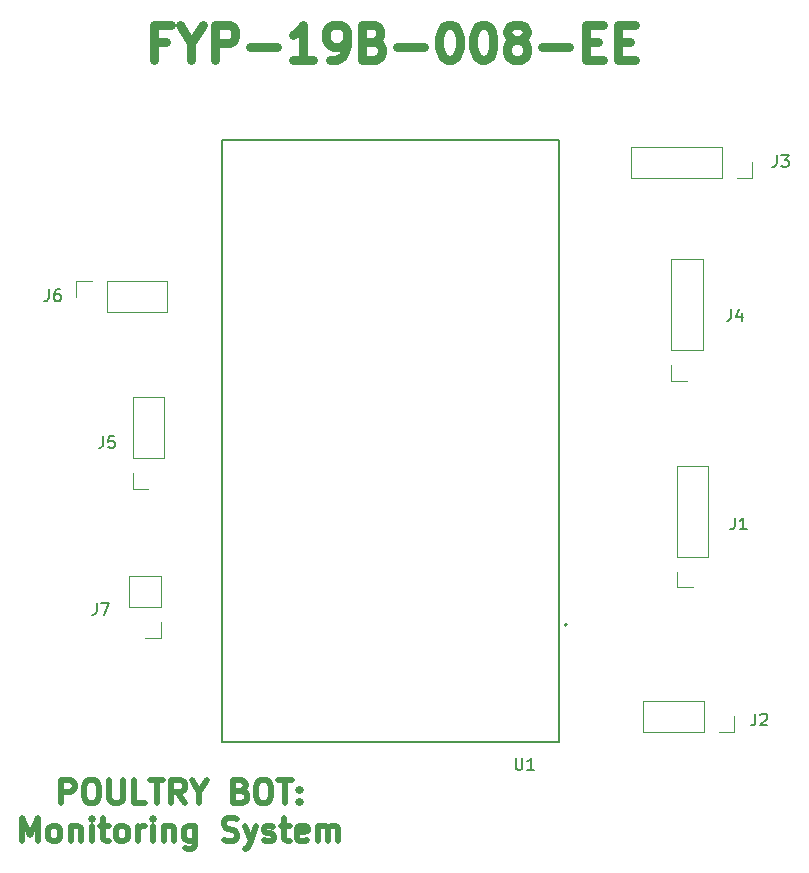
<source format=gbr>
%TF.GenerationSoftware,KiCad,Pcbnew,7.0.10*%
%TF.CreationDate,2024-02-21T12:26:18+05:00*%
%TF.ProjectId,Circuit for 2nd Milestone,43697263-7569-4742-9066-6f7220326e64,rev?*%
%TF.SameCoordinates,Original*%
%TF.FileFunction,Legend,Top*%
%TF.FilePolarity,Positive*%
%FSLAX46Y46*%
G04 Gerber Fmt 4.6, Leading zero omitted, Abs format (unit mm)*
G04 Created by KiCad (PCBNEW 7.0.10) date 2024-02-21 12:26:18*
%MOMM*%
%LPD*%
G01*
G04 APERTURE LIST*
%ADD10C,0.750000*%
%ADD11C,0.500000*%
%ADD12C,0.150000*%
%ADD13C,0.120000*%
%ADD14C,0.127000*%
%ADD15C,0.200000*%
G04 APERTURE END LIST*
D10*
X120719084Y-42589128D02*
X119719084Y-42589128D01*
X119719084Y-44160557D02*
X119719084Y-41160557D01*
X119719084Y-41160557D02*
X121147656Y-41160557D01*
X122861942Y-42731985D02*
X122861942Y-44160557D01*
X121861942Y-41160557D02*
X122861942Y-42731985D01*
X122861942Y-42731985D02*
X123861942Y-41160557D01*
X124861942Y-44160557D02*
X124861942Y-41160557D01*
X124861942Y-41160557D02*
X126004799Y-41160557D01*
X126004799Y-41160557D02*
X126290514Y-41303414D01*
X126290514Y-41303414D02*
X126433371Y-41446271D01*
X126433371Y-41446271D02*
X126576228Y-41731985D01*
X126576228Y-41731985D02*
X126576228Y-42160557D01*
X126576228Y-42160557D02*
X126433371Y-42446271D01*
X126433371Y-42446271D02*
X126290514Y-42589128D01*
X126290514Y-42589128D02*
X126004799Y-42731985D01*
X126004799Y-42731985D02*
X124861942Y-42731985D01*
X127861942Y-43017700D02*
X130147657Y-43017700D01*
X133147657Y-44160557D02*
X131433371Y-44160557D01*
X132290514Y-44160557D02*
X132290514Y-41160557D01*
X132290514Y-41160557D02*
X132004800Y-41589128D01*
X132004800Y-41589128D02*
X131719085Y-41874842D01*
X131719085Y-41874842D02*
X131433371Y-42017700D01*
X134576228Y-44160557D02*
X135147657Y-44160557D01*
X135147657Y-44160557D02*
X135433371Y-44017700D01*
X135433371Y-44017700D02*
X135576228Y-43874842D01*
X135576228Y-43874842D02*
X135861943Y-43446271D01*
X135861943Y-43446271D02*
X136004800Y-42874842D01*
X136004800Y-42874842D02*
X136004800Y-41731985D01*
X136004800Y-41731985D02*
X135861943Y-41446271D01*
X135861943Y-41446271D02*
X135719086Y-41303414D01*
X135719086Y-41303414D02*
X135433371Y-41160557D01*
X135433371Y-41160557D02*
X134861943Y-41160557D01*
X134861943Y-41160557D02*
X134576228Y-41303414D01*
X134576228Y-41303414D02*
X134433371Y-41446271D01*
X134433371Y-41446271D02*
X134290514Y-41731985D01*
X134290514Y-41731985D02*
X134290514Y-42446271D01*
X134290514Y-42446271D02*
X134433371Y-42731985D01*
X134433371Y-42731985D02*
X134576228Y-42874842D01*
X134576228Y-42874842D02*
X134861943Y-43017700D01*
X134861943Y-43017700D02*
X135433371Y-43017700D01*
X135433371Y-43017700D02*
X135719086Y-42874842D01*
X135719086Y-42874842D02*
X135861943Y-42731985D01*
X135861943Y-42731985D02*
X136004800Y-42446271D01*
X138290514Y-42589128D02*
X138719086Y-42731985D01*
X138719086Y-42731985D02*
X138861943Y-42874842D01*
X138861943Y-42874842D02*
X139004800Y-43160557D01*
X139004800Y-43160557D02*
X139004800Y-43589128D01*
X139004800Y-43589128D02*
X138861943Y-43874842D01*
X138861943Y-43874842D02*
X138719086Y-44017700D01*
X138719086Y-44017700D02*
X138433371Y-44160557D01*
X138433371Y-44160557D02*
X137290514Y-44160557D01*
X137290514Y-44160557D02*
X137290514Y-41160557D01*
X137290514Y-41160557D02*
X138290514Y-41160557D01*
X138290514Y-41160557D02*
X138576229Y-41303414D01*
X138576229Y-41303414D02*
X138719086Y-41446271D01*
X138719086Y-41446271D02*
X138861943Y-41731985D01*
X138861943Y-41731985D02*
X138861943Y-42017700D01*
X138861943Y-42017700D02*
X138719086Y-42303414D01*
X138719086Y-42303414D02*
X138576229Y-42446271D01*
X138576229Y-42446271D02*
X138290514Y-42589128D01*
X138290514Y-42589128D02*
X137290514Y-42589128D01*
X140290514Y-43017700D02*
X142576229Y-43017700D01*
X144576229Y-41160557D02*
X144861943Y-41160557D01*
X144861943Y-41160557D02*
X145147657Y-41303414D01*
X145147657Y-41303414D02*
X145290515Y-41446271D01*
X145290515Y-41446271D02*
X145433372Y-41731985D01*
X145433372Y-41731985D02*
X145576229Y-42303414D01*
X145576229Y-42303414D02*
X145576229Y-43017700D01*
X145576229Y-43017700D02*
X145433372Y-43589128D01*
X145433372Y-43589128D02*
X145290515Y-43874842D01*
X145290515Y-43874842D02*
X145147657Y-44017700D01*
X145147657Y-44017700D02*
X144861943Y-44160557D01*
X144861943Y-44160557D02*
X144576229Y-44160557D01*
X144576229Y-44160557D02*
X144290515Y-44017700D01*
X144290515Y-44017700D02*
X144147657Y-43874842D01*
X144147657Y-43874842D02*
X144004800Y-43589128D01*
X144004800Y-43589128D02*
X143861943Y-43017700D01*
X143861943Y-43017700D02*
X143861943Y-42303414D01*
X143861943Y-42303414D02*
X144004800Y-41731985D01*
X144004800Y-41731985D02*
X144147657Y-41446271D01*
X144147657Y-41446271D02*
X144290515Y-41303414D01*
X144290515Y-41303414D02*
X144576229Y-41160557D01*
X147433372Y-41160557D02*
X147719086Y-41160557D01*
X147719086Y-41160557D02*
X148004800Y-41303414D01*
X148004800Y-41303414D02*
X148147658Y-41446271D01*
X148147658Y-41446271D02*
X148290515Y-41731985D01*
X148290515Y-41731985D02*
X148433372Y-42303414D01*
X148433372Y-42303414D02*
X148433372Y-43017700D01*
X148433372Y-43017700D02*
X148290515Y-43589128D01*
X148290515Y-43589128D02*
X148147658Y-43874842D01*
X148147658Y-43874842D02*
X148004800Y-44017700D01*
X148004800Y-44017700D02*
X147719086Y-44160557D01*
X147719086Y-44160557D02*
X147433372Y-44160557D01*
X147433372Y-44160557D02*
X147147658Y-44017700D01*
X147147658Y-44017700D02*
X147004800Y-43874842D01*
X147004800Y-43874842D02*
X146861943Y-43589128D01*
X146861943Y-43589128D02*
X146719086Y-43017700D01*
X146719086Y-43017700D02*
X146719086Y-42303414D01*
X146719086Y-42303414D02*
X146861943Y-41731985D01*
X146861943Y-41731985D02*
X147004800Y-41446271D01*
X147004800Y-41446271D02*
X147147658Y-41303414D01*
X147147658Y-41303414D02*
X147433372Y-41160557D01*
X150147658Y-42446271D02*
X149861943Y-42303414D01*
X149861943Y-42303414D02*
X149719086Y-42160557D01*
X149719086Y-42160557D02*
X149576229Y-41874842D01*
X149576229Y-41874842D02*
X149576229Y-41731985D01*
X149576229Y-41731985D02*
X149719086Y-41446271D01*
X149719086Y-41446271D02*
X149861943Y-41303414D01*
X149861943Y-41303414D02*
X150147658Y-41160557D01*
X150147658Y-41160557D02*
X150719086Y-41160557D01*
X150719086Y-41160557D02*
X151004801Y-41303414D01*
X151004801Y-41303414D02*
X151147658Y-41446271D01*
X151147658Y-41446271D02*
X151290515Y-41731985D01*
X151290515Y-41731985D02*
X151290515Y-41874842D01*
X151290515Y-41874842D02*
X151147658Y-42160557D01*
X151147658Y-42160557D02*
X151004801Y-42303414D01*
X151004801Y-42303414D02*
X150719086Y-42446271D01*
X150719086Y-42446271D02*
X150147658Y-42446271D01*
X150147658Y-42446271D02*
X149861943Y-42589128D01*
X149861943Y-42589128D02*
X149719086Y-42731985D01*
X149719086Y-42731985D02*
X149576229Y-43017700D01*
X149576229Y-43017700D02*
X149576229Y-43589128D01*
X149576229Y-43589128D02*
X149719086Y-43874842D01*
X149719086Y-43874842D02*
X149861943Y-44017700D01*
X149861943Y-44017700D02*
X150147658Y-44160557D01*
X150147658Y-44160557D02*
X150719086Y-44160557D01*
X150719086Y-44160557D02*
X151004801Y-44017700D01*
X151004801Y-44017700D02*
X151147658Y-43874842D01*
X151147658Y-43874842D02*
X151290515Y-43589128D01*
X151290515Y-43589128D02*
X151290515Y-43017700D01*
X151290515Y-43017700D02*
X151147658Y-42731985D01*
X151147658Y-42731985D02*
X151004801Y-42589128D01*
X151004801Y-42589128D02*
X150719086Y-42446271D01*
X152576229Y-43017700D02*
X154861944Y-43017700D01*
X156290515Y-42589128D02*
X157290515Y-42589128D01*
X157719087Y-44160557D02*
X156290515Y-44160557D01*
X156290515Y-44160557D02*
X156290515Y-41160557D01*
X156290515Y-41160557D02*
X157719087Y-41160557D01*
X159004801Y-42589128D02*
X160004801Y-42589128D01*
X160433373Y-44160557D02*
X159004801Y-44160557D01*
X159004801Y-44160557D02*
X159004801Y-41160557D01*
X159004801Y-41160557D02*
X160433373Y-41160557D01*
D11*
X111824761Y-107086838D02*
X111824761Y-105086838D01*
X111824761Y-105086838D02*
X112586666Y-105086838D01*
X112586666Y-105086838D02*
X112777142Y-105182076D01*
X112777142Y-105182076D02*
X112872380Y-105277314D01*
X112872380Y-105277314D02*
X112967618Y-105467790D01*
X112967618Y-105467790D02*
X112967618Y-105753504D01*
X112967618Y-105753504D02*
X112872380Y-105943980D01*
X112872380Y-105943980D02*
X112777142Y-106039219D01*
X112777142Y-106039219D02*
X112586666Y-106134457D01*
X112586666Y-106134457D02*
X111824761Y-106134457D01*
X114205713Y-105086838D02*
X114586666Y-105086838D01*
X114586666Y-105086838D02*
X114777142Y-105182076D01*
X114777142Y-105182076D02*
X114967618Y-105372552D01*
X114967618Y-105372552D02*
X115062856Y-105753504D01*
X115062856Y-105753504D02*
X115062856Y-106420171D01*
X115062856Y-106420171D02*
X114967618Y-106801123D01*
X114967618Y-106801123D02*
X114777142Y-106991600D01*
X114777142Y-106991600D02*
X114586666Y-107086838D01*
X114586666Y-107086838D02*
X114205713Y-107086838D01*
X114205713Y-107086838D02*
X114015237Y-106991600D01*
X114015237Y-106991600D02*
X113824761Y-106801123D01*
X113824761Y-106801123D02*
X113729523Y-106420171D01*
X113729523Y-106420171D02*
X113729523Y-105753504D01*
X113729523Y-105753504D02*
X113824761Y-105372552D01*
X113824761Y-105372552D02*
X114015237Y-105182076D01*
X114015237Y-105182076D02*
X114205713Y-105086838D01*
X115919999Y-105086838D02*
X115919999Y-106705885D01*
X115919999Y-106705885D02*
X116015237Y-106896361D01*
X116015237Y-106896361D02*
X116110475Y-106991600D01*
X116110475Y-106991600D02*
X116300951Y-107086838D01*
X116300951Y-107086838D02*
X116681904Y-107086838D01*
X116681904Y-107086838D02*
X116872380Y-106991600D01*
X116872380Y-106991600D02*
X116967618Y-106896361D01*
X116967618Y-106896361D02*
X117062856Y-106705885D01*
X117062856Y-106705885D02*
X117062856Y-105086838D01*
X118967618Y-107086838D02*
X118015237Y-107086838D01*
X118015237Y-107086838D02*
X118015237Y-105086838D01*
X119348571Y-105086838D02*
X120491428Y-105086838D01*
X119919999Y-107086838D02*
X119919999Y-105086838D01*
X122300952Y-107086838D02*
X121634285Y-106134457D01*
X121158095Y-107086838D02*
X121158095Y-105086838D01*
X121158095Y-105086838D02*
X121920000Y-105086838D01*
X121920000Y-105086838D02*
X122110476Y-105182076D01*
X122110476Y-105182076D02*
X122205714Y-105277314D01*
X122205714Y-105277314D02*
X122300952Y-105467790D01*
X122300952Y-105467790D02*
X122300952Y-105753504D01*
X122300952Y-105753504D02*
X122205714Y-105943980D01*
X122205714Y-105943980D02*
X122110476Y-106039219D01*
X122110476Y-106039219D02*
X121920000Y-106134457D01*
X121920000Y-106134457D02*
X121158095Y-106134457D01*
X123539047Y-106134457D02*
X123539047Y-107086838D01*
X122872381Y-105086838D02*
X123539047Y-106134457D01*
X123539047Y-106134457D02*
X124205714Y-105086838D01*
X127062858Y-106039219D02*
X127348572Y-106134457D01*
X127348572Y-106134457D02*
X127443810Y-106229695D01*
X127443810Y-106229695D02*
X127539048Y-106420171D01*
X127539048Y-106420171D02*
X127539048Y-106705885D01*
X127539048Y-106705885D02*
X127443810Y-106896361D01*
X127443810Y-106896361D02*
X127348572Y-106991600D01*
X127348572Y-106991600D02*
X127158096Y-107086838D01*
X127158096Y-107086838D02*
X126396191Y-107086838D01*
X126396191Y-107086838D02*
X126396191Y-105086838D01*
X126396191Y-105086838D02*
X127062858Y-105086838D01*
X127062858Y-105086838D02*
X127253334Y-105182076D01*
X127253334Y-105182076D02*
X127348572Y-105277314D01*
X127348572Y-105277314D02*
X127443810Y-105467790D01*
X127443810Y-105467790D02*
X127443810Y-105658266D01*
X127443810Y-105658266D02*
X127348572Y-105848742D01*
X127348572Y-105848742D02*
X127253334Y-105943980D01*
X127253334Y-105943980D02*
X127062858Y-106039219D01*
X127062858Y-106039219D02*
X126396191Y-106039219D01*
X128777143Y-105086838D02*
X129158096Y-105086838D01*
X129158096Y-105086838D02*
X129348572Y-105182076D01*
X129348572Y-105182076D02*
X129539048Y-105372552D01*
X129539048Y-105372552D02*
X129634286Y-105753504D01*
X129634286Y-105753504D02*
X129634286Y-106420171D01*
X129634286Y-106420171D02*
X129539048Y-106801123D01*
X129539048Y-106801123D02*
X129348572Y-106991600D01*
X129348572Y-106991600D02*
X129158096Y-107086838D01*
X129158096Y-107086838D02*
X128777143Y-107086838D01*
X128777143Y-107086838D02*
X128586667Y-106991600D01*
X128586667Y-106991600D02*
X128396191Y-106801123D01*
X128396191Y-106801123D02*
X128300953Y-106420171D01*
X128300953Y-106420171D02*
X128300953Y-105753504D01*
X128300953Y-105753504D02*
X128396191Y-105372552D01*
X128396191Y-105372552D02*
X128586667Y-105182076D01*
X128586667Y-105182076D02*
X128777143Y-105086838D01*
X130205715Y-105086838D02*
X131348572Y-105086838D01*
X130777143Y-107086838D02*
X130777143Y-105086838D01*
X132015239Y-106896361D02*
X132110477Y-106991600D01*
X132110477Y-106991600D02*
X132015239Y-107086838D01*
X132015239Y-107086838D02*
X131920001Y-106991600D01*
X131920001Y-106991600D02*
X132015239Y-106896361D01*
X132015239Y-106896361D02*
X132015239Y-107086838D01*
X132015239Y-105848742D02*
X132110477Y-105943980D01*
X132110477Y-105943980D02*
X132015239Y-106039219D01*
X132015239Y-106039219D02*
X131920001Y-105943980D01*
X131920001Y-105943980D02*
X132015239Y-105848742D01*
X132015239Y-105848742D02*
X132015239Y-106039219D01*
X108539046Y-110306838D02*
X108539046Y-108306838D01*
X108539046Y-108306838D02*
X109205713Y-109735409D01*
X109205713Y-109735409D02*
X109872379Y-108306838D01*
X109872379Y-108306838D02*
X109872379Y-110306838D01*
X111110474Y-110306838D02*
X110919998Y-110211600D01*
X110919998Y-110211600D02*
X110824760Y-110116361D01*
X110824760Y-110116361D02*
X110729522Y-109925885D01*
X110729522Y-109925885D02*
X110729522Y-109354457D01*
X110729522Y-109354457D02*
X110824760Y-109163980D01*
X110824760Y-109163980D02*
X110919998Y-109068742D01*
X110919998Y-109068742D02*
X111110474Y-108973504D01*
X111110474Y-108973504D02*
X111396189Y-108973504D01*
X111396189Y-108973504D02*
X111586665Y-109068742D01*
X111586665Y-109068742D02*
X111681903Y-109163980D01*
X111681903Y-109163980D02*
X111777141Y-109354457D01*
X111777141Y-109354457D02*
X111777141Y-109925885D01*
X111777141Y-109925885D02*
X111681903Y-110116361D01*
X111681903Y-110116361D02*
X111586665Y-110211600D01*
X111586665Y-110211600D02*
X111396189Y-110306838D01*
X111396189Y-110306838D02*
X111110474Y-110306838D01*
X112634284Y-108973504D02*
X112634284Y-110306838D01*
X112634284Y-109163980D02*
X112729522Y-109068742D01*
X112729522Y-109068742D02*
X112919998Y-108973504D01*
X112919998Y-108973504D02*
X113205713Y-108973504D01*
X113205713Y-108973504D02*
X113396189Y-109068742D01*
X113396189Y-109068742D02*
X113491427Y-109259219D01*
X113491427Y-109259219D02*
X113491427Y-110306838D01*
X114443808Y-110306838D02*
X114443808Y-108973504D01*
X114443808Y-108306838D02*
X114348570Y-108402076D01*
X114348570Y-108402076D02*
X114443808Y-108497314D01*
X114443808Y-108497314D02*
X114539046Y-108402076D01*
X114539046Y-108402076D02*
X114443808Y-108306838D01*
X114443808Y-108306838D02*
X114443808Y-108497314D01*
X115110475Y-108973504D02*
X115872379Y-108973504D01*
X115396189Y-108306838D02*
X115396189Y-110021123D01*
X115396189Y-110021123D02*
X115491427Y-110211600D01*
X115491427Y-110211600D02*
X115681903Y-110306838D01*
X115681903Y-110306838D02*
X115872379Y-110306838D01*
X116824760Y-110306838D02*
X116634284Y-110211600D01*
X116634284Y-110211600D02*
X116539046Y-110116361D01*
X116539046Y-110116361D02*
X116443808Y-109925885D01*
X116443808Y-109925885D02*
X116443808Y-109354457D01*
X116443808Y-109354457D02*
X116539046Y-109163980D01*
X116539046Y-109163980D02*
X116634284Y-109068742D01*
X116634284Y-109068742D02*
X116824760Y-108973504D01*
X116824760Y-108973504D02*
X117110475Y-108973504D01*
X117110475Y-108973504D02*
X117300951Y-109068742D01*
X117300951Y-109068742D02*
X117396189Y-109163980D01*
X117396189Y-109163980D02*
X117491427Y-109354457D01*
X117491427Y-109354457D02*
X117491427Y-109925885D01*
X117491427Y-109925885D02*
X117396189Y-110116361D01*
X117396189Y-110116361D02*
X117300951Y-110211600D01*
X117300951Y-110211600D02*
X117110475Y-110306838D01*
X117110475Y-110306838D02*
X116824760Y-110306838D01*
X118348570Y-110306838D02*
X118348570Y-108973504D01*
X118348570Y-109354457D02*
X118443808Y-109163980D01*
X118443808Y-109163980D02*
X118539046Y-109068742D01*
X118539046Y-109068742D02*
X118729522Y-108973504D01*
X118729522Y-108973504D02*
X118919999Y-108973504D01*
X119586665Y-110306838D02*
X119586665Y-108973504D01*
X119586665Y-108306838D02*
X119491427Y-108402076D01*
X119491427Y-108402076D02*
X119586665Y-108497314D01*
X119586665Y-108497314D02*
X119681903Y-108402076D01*
X119681903Y-108402076D02*
X119586665Y-108306838D01*
X119586665Y-108306838D02*
X119586665Y-108497314D01*
X120539046Y-108973504D02*
X120539046Y-110306838D01*
X120539046Y-109163980D02*
X120634284Y-109068742D01*
X120634284Y-109068742D02*
X120824760Y-108973504D01*
X120824760Y-108973504D02*
X121110475Y-108973504D01*
X121110475Y-108973504D02*
X121300951Y-109068742D01*
X121300951Y-109068742D02*
X121396189Y-109259219D01*
X121396189Y-109259219D02*
X121396189Y-110306838D01*
X123205713Y-108973504D02*
X123205713Y-110592552D01*
X123205713Y-110592552D02*
X123110475Y-110783028D01*
X123110475Y-110783028D02*
X123015237Y-110878266D01*
X123015237Y-110878266D02*
X122824760Y-110973504D01*
X122824760Y-110973504D02*
X122539046Y-110973504D01*
X122539046Y-110973504D02*
X122348570Y-110878266D01*
X123205713Y-110211600D02*
X123015237Y-110306838D01*
X123015237Y-110306838D02*
X122634284Y-110306838D01*
X122634284Y-110306838D02*
X122443808Y-110211600D01*
X122443808Y-110211600D02*
X122348570Y-110116361D01*
X122348570Y-110116361D02*
X122253332Y-109925885D01*
X122253332Y-109925885D02*
X122253332Y-109354457D01*
X122253332Y-109354457D02*
X122348570Y-109163980D01*
X122348570Y-109163980D02*
X122443808Y-109068742D01*
X122443808Y-109068742D02*
X122634284Y-108973504D01*
X122634284Y-108973504D02*
X123015237Y-108973504D01*
X123015237Y-108973504D02*
X123205713Y-109068742D01*
X125586666Y-110211600D02*
X125872380Y-110306838D01*
X125872380Y-110306838D02*
X126348571Y-110306838D01*
X126348571Y-110306838D02*
X126539047Y-110211600D01*
X126539047Y-110211600D02*
X126634285Y-110116361D01*
X126634285Y-110116361D02*
X126729523Y-109925885D01*
X126729523Y-109925885D02*
X126729523Y-109735409D01*
X126729523Y-109735409D02*
X126634285Y-109544933D01*
X126634285Y-109544933D02*
X126539047Y-109449695D01*
X126539047Y-109449695D02*
X126348571Y-109354457D01*
X126348571Y-109354457D02*
X125967618Y-109259219D01*
X125967618Y-109259219D02*
X125777142Y-109163980D01*
X125777142Y-109163980D02*
X125681904Y-109068742D01*
X125681904Y-109068742D02*
X125586666Y-108878266D01*
X125586666Y-108878266D02*
X125586666Y-108687790D01*
X125586666Y-108687790D02*
X125681904Y-108497314D01*
X125681904Y-108497314D02*
X125777142Y-108402076D01*
X125777142Y-108402076D02*
X125967618Y-108306838D01*
X125967618Y-108306838D02*
X126443809Y-108306838D01*
X126443809Y-108306838D02*
X126729523Y-108402076D01*
X127396190Y-108973504D02*
X127872380Y-110306838D01*
X128348571Y-108973504D02*
X127872380Y-110306838D01*
X127872380Y-110306838D02*
X127681904Y-110783028D01*
X127681904Y-110783028D02*
X127586666Y-110878266D01*
X127586666Y-110878266D02*
X127396190Y-110973504D01*
X129015238Y-110211600D02*
X129205714Y-110306838D01*
X129205714Y-110306838D02*
X129586666Y-110306838D01*
X129586666Y-110306838D02*
X129777143Y-110211600D01*
X129777143Y-110211600D02*
X129872381Y-110021123D01*
X129872381Y-110021123D02*
X129872381Y-109925885D01*
X129872381Y-109925885D02*
X129777143Y-109735409D01*
X129777143Y-109735409D02*
X129586666Y-109640171D01*
X129586666Y-109640171D02*
X129300952Y-109640171D01*
X129300952Y-109640171D02*
X129110476Y-109544933D01*
X129110476Y-109544933D02*
X129015238Y-109354457D01*
X129015238Y-109354457D02*
X129015238Y-109259219D01*
X129015238Y-109259219D02*
X129110476Y-109068742D01*
X129110476Y-109068742D02*
X129300952Y-108973504D01*
X129300952Y-108973504D02*
X129586666Y-108973504D01*
X129586666Y-108973504D02*
X129777143Y-109068742D01*
X130443810Y-108973504D02*
X131205714Y-108973504D01*
X130729524Y-108306838D02*
X130729524Y-110021123D01*
X130729524Y-110021123D02*
X130824762Y-110211600D01*
X130824762Y-110211600D02*
X131015238Y-110306838D01*
X131015238Y-110306838D02*
X131205714Y-110306838D01*
X132634286Y-110211600D02*
X132443810Y-110306838D01*
X132443810Y-110306838D02*
X132062857Y-110306838D01*
X132062857Y-110306838D02*
X131872381Y-110211600D01*
X131872381Y-110211600D02*
X131777143Y-110021123D01*
X131777143Y-110021123D02*
X131777143Y-109259219D01*
X131777143Y-109259219D02*
X131872381Y-109068742D01*
X131872381Y-109068742D02*
X132062857Y-108973504D01*
X132062857Y-108973504D02*
X132443810Y-108973504D01*
X132443810Y-108973504D02*
X132634286Y-109068742D01*
X132634286Y-109068742D02*
X132729524Y-109259219D01*
X132729524Y-109259219D02*
X132729524Y-109449695D01*
X132729524Y-109449695D02*
X131777143Y-109640171D01*
X133586667Y-110306838D02*
X133586667Y-108973504D01*
X133586667Y-109163980D02*
X133681905Y-109068742D01*
X133681905Y-109068742D02*
X133872381Y-108973504D01*
X133872381Y-108973504D02*
X134158096Y-108973504D01*
X134158096Y-108973504D02*
X134348572Y-109068742D01*
X134348572Y-109068742D02*
X134443810Y-109259219D01*
X134443810Y-109259219D02*
X134443810Y-110306838D01*
X134443810Y-109259219D02*
X134539048Y-109068742D01*
X134539048Y-109068742D02*
X134729524Y-108973504D01*
X134729524Y-108973504D02*
X135015238Y-108973504D01*
X135015238Y-108973504D02*
X135205715Y-109068742D01*
X135205715Y-109068742D02*
X135300953Y-109259219D01*
X135300953Y-109259219D02*
X135300953Y-110306838D01*
D12*
X168868766Y-82893819D02*
X168868766Y-83608104D01*
X168868766Y-83608104D02*
X168821147Y-83750961D01*
X168821147Y-83750961D02*
X168725909Y-83846200D01*
X168725909Y-83846200D02*
X168583052Y-83893819D01*
X168583052Y-83893819D02*
X168487814Y-83893819D01*
X169868766Y-83893819D02*
X169297338Y-83893819D01*
X169583052Y-83893819D02*
X169583052Y-82893819D01*
X169583052Y-82893819D02*
X169487814Y-83036676D01*
X169487814Y-83036676D02*
X169392576Y-83131914D01*
X169392576Y-83131914D02*
X169297338Y-83179533D01*
X170608666Y-99492719D02*
X170608666Y-100207004D01*
X170608666Y-100207004D02*
X170561047Y-100349861D01*
X170561047Y-100349861D02*
X170465809Y-100445100D01*
X170465809Y-100445100D02*
X170322952Y-100492719D01*
X170322952Y-100492719D02*
X170227714Y-100492719D01*
X171037238Y-99587957D02*
X171084857Y-99540338D01*
X171084857Y-99540338D02*
X171180095Y-99492719D01*
X171180095Y-99492719D02*
X171418190Y-99492719D01*
X171418190Y-99492719D02*
X171513428Y-99540338D01*
X171513428Y-99540338D02*
X171561047Y-99587957D01*
X171561047Y-99587957D02*
X171608666Y-99683195D01*
X171608666Y-99683195D02*
X171608666Y-99778433D01*
X171608666Y-99778433D02*
X171561047Y-99921290D01*
X171561047Y-99921290D02*
X170989619Y-100492719D01*
X170989619Y-100492719D02*
X171608666Y-100492719D01*
X172437466Y-52197919D02*
X172437466Y-52912204D01*
X172437466Y-52912204D02*
X172389847Y-53055061D01*
X172389847Y-53055061D02*
X172294609Y-53150300D01*
X172294609Y-53150300D02*
X172151752Y-53197919D01*
X172151752Y-53197919D02*
X172056514Y-53197919D01*
X172818419Y-52197919D02*
X173437466Y-52197919D01*
X173437466Y-52197919D02*
X173104133Y-52578871D01*
X173104133Y-52578871D02*
X173246990Y-52578871D01*
X173246990Y-52578871D02*
X173342228Y-52626490D01*
X173342228Y-52626490D02*
X173389847Y-52674109D01*
X173389847Y-52674109D02*
X173437466Y-52769347D01*
X173437466Y-52769347D02*
X173437466Y-53007442D01*
X173437466Y-53007442D02*
X173389847Y-53102680D01*
X173389847Y-53102680D02*
X173342228Y-53150300D01*
X173342228Y-53150300D02*
X173246990Y-53197919D01*
X173246990Y-53197919D02*
X172961276Y-53197919D01*
X172961276Y-53197919D02*
X172866038Y-53150300D01*
X172866038Y-53150300D02*
X172818419Y-53102680D01*
X168551266Y-65240819D02*
X168551266Y-65955104D01*
X168551266Y-65955104D02*
X168503647Y-66097961D01*
X168503647Y-66097961D02*
X168408409Y-66193200D01*
X168408409Y-66193200D02*
X168265552Y-66240819D01*
X168265552Y-66240819D02*
X168170314Y-66240819D01*
X169456028Y-65574152D02*
X169456028Y-66240819D01*
X169217933Y-65193200D02*
X168979838Y-65907485D01*
X168979838Y-65907485D02*
X169598885Y-65907485D01*
X115389066Y-75997719D02*
X115389066Y-76712004D01*
X115389066Y-76712004D02*
X115341447Y-76854861D01*
X115341447Y-76854861D02*
X115246209Y-76950100D01*
X115246209Y-76950100D02*
X115103352Y-76997719D01*
X115103352Y-76997719D02*
X115008114Y-76997719D01*
X116341447Y-75997719D02*
X115865257Y-75997719D01*
X115865257Y-75997719D02*
X115817638Y-76473909D01*
X115817638Y-76473909D02*
X115865257Y-76426290D01*
X115865257Y-76426290D02*
X115960495Y-76378671D01*
X115960495Y-76378671D02*
X116198590Y-76378671D01*
X116198590Y-76378671D02*
X116293828Y-76426290D01*
X116293828Y-76426290D02*
X116341447Y-76473909D01*
X116341447Y-76473909D02*
X116389066Y-76569147D01*
X116389066Y-76569147D02*
X116389066Y-76807242D01*
X116389066Y-76807242D02*
X116341447Y-76902480D01*
X116341447Y-76902480D02*
X116293828Y-76950100D01*
X116293828Y-76950100D02*
X116198590Y-76997719D01*
X116198590Y-76997719D02*
X115960495Y-76997719D01*
X115960495Y-76997719D02*
X115865257Y-76950100D01*
X115865257Y-76950100D02*
X115817638Y-76902480D01*
X110804366Y-63564419D02*
X110804366Y-64278704D01*
X110804366Y-64278704D02*
X110756747Y-64421561D01*
X110756747Y-64421561D02*
X110661509Y-64516800D01*
X110661509Y-64516800D02*
X110518652Y-64564419D01*
X110518652Y-64564419D02*
X110423414Y-64564419D01*
X111709128Y-63564419D02*
X111518652Y-63564419D01*
X111518652Y-63564419D02*
X111423414Y-63612038D01*
X111423414Y-63612038D02*
X111375795Y-63659657D01*
X111375795Y-63659657D02*
X111280557Y-63802514D01*
X111280557Y-63802514D02*
X111232938Y-63992990D01*
X111232938Y-63992990D02*
X111232938Y-64373942D01*
X111232938Y-64373942D02*
X111280557Y-64469180D01*
X111280557Y-64469180D02*
X111328176Y-64516800D01*
X111328176Y-64516800D02*
X111423414Y-64564419D01*
X111423414Y-64564419D02*
X111613890Y-64564419D01*
X111613890Y-64564419D02*
X111709128Y-64516800D01*
X111709128Y-64516800D02*
X111756747Y-64469180D01*
X111756747Y-64469180D02*
X111804366Y-64373942D01*
X111804366Y-64373942D02*
X111804366Y-64135847D01*
X111804366Y-64135847D02*
X111756747Y-64040609D01*
X111756747Y-64040609D02*
X111709128Y-63992990D01*
X111709128Y-63992990D02*
X111613890Y-63945371D01*
X111613890Y-63945371D02*
X111423414Y-63945371D01*
X111423414Y-63945371D02*
X111328176Y-63992990D01*
X111328176Y-63992990D02*
X111280557Y-64040609D01*
X111280557Y-64040609D02*
X111232938Y-64135847D01*
X114855666Y-90107419D02*
X114855666Y-90821704D01*
X114855666Y-90821704D02*
X114808047Y-90964561D01*
X114808047Y-90964561D02*
X114712809Y-91059800D01*
X114712809Y-91059800D02*
X114569952Y-91107419D01*
X114569952Y-91107419D02*
X114474714Y-91107419D01*
X115236619Y-90107419D02*
X115903285Y-90107419D01*
X115903285Y-90107419D02*
X115474714Y-91107419D01*
X150305795Y-103256119D02*
X150305795Y-104065642D01*
X150305795Y-104065642D02*
X150353414Y-104160880D01*
X150353414Y-104160880D02*
X150401033Y-104208500D01*
X150401033Y-104208500D02*
X150496271Y-104256119D01*
X150496271Y-104256119D02*
X150686747Y-104256119D01*
X150686747Y-104256119D02*
X150781985Y-104208500D01*
X150781985Y-104208500D02*
X150829604Y-104160880D01*
X150829604Y-104160880D02*
X150877223Y-104065642D01*
X150877223Y-104065642D02*
X150877223Y-103256119D01*
X151877223Y-104256119D02*
X151305795Y-104256119D01*
X151591509Y-104256119D02*
X151591509Y-103256119D01*
X151591509Y-103256119D02*
X151496271Y-103398976D01*
X151496271Y-103398976D02*
X151401033Y-103494214D01*
X151401033Y-103494214D02*
X151305795Y-103541833D01*
D13*
%TO.C,J1*%
X165303200Y-88807600D02*
X163973200Y-88807600D01*
X163973200Y-88807600D02*
X163973200Y-87477600D01*
X163973200Y-86207600D02*
X163973200Y-78527600D01*
X166633200Y-78527600D02*
X163973200Y-78527600D01*
X166633200Y-86207600D02*
X166633200Y-78527600D01*
X166633200Y-86207600D02*
X163973200Y-86207600D01*
%TO.C,J2*%
X168843000Y-99733100D02*
X168843000Y-101063100D01*
X168843000Y-101063100D02*
X167513000Y-101063100D01*
X166243000Y-101063100D02*
X161103000Y-101063100D01*
X161103000Y-98403100D02*
X161103000Y-101063100D01*
X166243000Y-98403100D02*
X161103000Y-98403100D01*
X166243000Y-98403100D02*
X166243000Y-101063100D01*
%TO.C,J3*%
X170367000Y-52819300D02*
X170367000Y-54149300D01*
X170367000Y-54149300D02*
X169037000Y-54149300D01*
X167767000Y-54149300D02*
X160087000Y-54149300D01*
X160087000Y-51489300D02*
X160087000Y-54149300D01*
X167767000Y-51489300D02*
X160087000Y-51489300D01*
X167767000Y-51489300D02*
X167767000Y-54149300D01*
%TO.C,J4*%
X166163300Y-68707000D02*
X163503300Y-68707000D01*
X166163300Y-68707000D02*
X166163300Y-61027000D01*
X166163300Y-61027000D02*
X163503300Y-61027000D01*
X163503300Y-68707000D02*
X163503300Y-61027000D01*
X163503300Y-71307000D02*
X163503300Y-69977000D01*
X164833300Y-71307000D02*
X163503300Y-71307000D01*
%TO.C,J5*%
X120557600Y-77863700D02*
X117897600Y-77863700D01*
X120557600Y-77863700D02*
X120557600Y-72723700D01*
X120557600Y-72723700D02*
X117897600Y-72723700D01*
X117897600Y-77863700D02*
X117897600Y-72723700D01*
X117897600Y-80463700D02*
X117897600Y-79133700D01*
X119227600Y-80463700D02*
X117897600Y-80463700D01*
%TO.C,J6*%
X113097000Y-64185800D02*
X113097000Y-62855800D01*
X113097000Y-62855800D02*
X114427000Y-62855800D01*
X115697000Y-62855800D02*
X120837000Y-62855800D01*
X120837000Y-65515800D02*
X120837000Y-62855800D01*
X115697000Y-65515800D02*
X120837000Y-65515800D01*
X115697000Y-65515800D02*
X115697000Y-62855800D01*
%TO.C,J7*%
X120252800Y-93049400D02*
X118922800Y-93049400D01*
X120252800Y-91719400D02*
X120252800Y-93049400D01*
X120252800Y-90449400D02*
X117592800Y-90449400D01*
X117592800Y-90449400D02*
X117592800Y-87849400D01*
X120252800Y-90449400D02*
X120252800Y-87849400D01*
X120252800Y-87849400D02*
X117592800Y-87849400D01*
D14*
%TO.C,U1*%
X130932700Y-50966300D02*
X125482700Y-50966300D01*
X148622700Y-50966300D02*
X130932700Y-50966300D01*
X153992700Y-50966300D02*
X148622700Y-50966300D01*
X125482700Y-101916300D02*
X125482700Y-50966300D01*
X153992700Y-50966300D02*
X153992700Y-101916300D01*
X136212700Y-101916300D02*
X125482700Y-101916300D01*
X142923700Y-101916300D02*
X136212700Y-101916300D01*
X153992700Y-101916300D02*
X142923700Y-101916300D01*
D15*
X154662700Y-91956300D02*
G75*
G03*
X154462700Y-91956300I-100000J0D01*
G01*
X154462700Y-91956300D02*
G75*
G03*
X154662700Y-91956300I100000J0D01*
G01*
D14*
X153992700Y-50966300D02*
X153992700Y-101916300D01*
X153992700Y-101916300D02*
X125482700Y-101916300D01*
X125482700Y-50966300D02*
X153992700Y-50966300D01*
X125482700Y-101916300D02*
X125482700Y-50966300D01*
%TD*%
M02*

</source>
